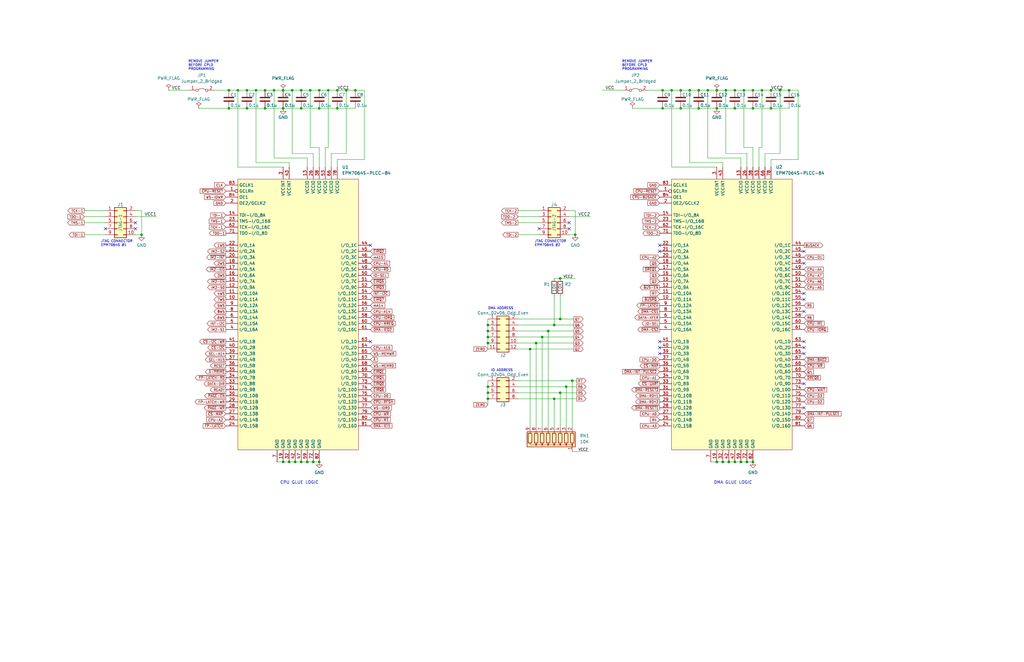
<source format=kicad_sch>
(kicad_sch (version 20211123) (generator eeschema)
  (paper "B")
  (lib_symbols
    (symbol "Connector_Generic:Conn_02x04_Odd_Even" (pin_names (offset 1.016) hide)
      (property "Reference" "J" (at 1.27 5.08 0))
      (property "Value" "Conn_02x04_Odd_Even" (at 1.27 -7.62 0))
      (symbol "Conn_02x04_Odd_Even_1_1"
        (pin passive line (at -5.08 2.54 0) (length 3.81) (name "Pin_1") (number "1"))
        (pin passive line (at 7.62 2.54 180) (length 3.81) (name "Pin_2") (number "2"))
        (pin passive line (at -5.08 0 0) (length 3.81) (name "Pin_3") (number "3"))
        (pin passive line (at 7.62 0 180) (length 3.81) (name "Pin_4") (number "4"))
        (pin passive line (at -5.08 -2.54 0) (length 3.81) (name "Pin_5") (number "5"))
        (pin passive line (at 7.62 -2.54 180) (length 3.81) (name "Pin_6") (number "6"))
        (pin passive line (at -5.08 -5.08 0) (length 3.81) (name "Pin_7") (number "7"))
        (pin passive line (at 7.62 -5.08 180) (length 3.81) (name "Pin_8") (number "8"))
      )
    )
    (symbol "Connector_Generic:Conn_02x05_Odd_Even" (pin_names (offset 1.016) hide)
      (property "Reference" "J" (at 1.27 7.62 0))
      (property "Value" "Conn_02x05_Odd_Even" (at 1.27 -7.62 0))
      (symbol "Conn_02x05_Odd_Even_1_1"
        (pin passive line (at -5.08 5.08 0) (length 3.81) (name "Pin_1") (number "1"))
        (pin passive line (at 7.62 -5.08 180) (length 3.81) (name "Pin_10") (number "10"))
        (pin passive line (at 7.62 5.08 180) (length 3.81) (name "Pin_2") (number "2"))
        (pin passive line (at -5.08 2.54 0) (length 3.81) (name "Pin_3") (number "3"))
        (pin passive line (at 7.62 2.54 180) (length 3.81) (name "Pin_4") (number "4"))
        (pin passive line (at -5.08 0 0) (length 3.81) (name "Pin_5") (number "5"))
        (pin passive line (at 7.62 0 180) (length 3.81) (name "Pin_6") (number "6"))
        (pin passive line (at -5.08 -2.54 0) (length 3.81) (name "Pin_7") (number "7"))
        (pin passive line (at 7.62 -2.54 180) (length 3.81) (name "Pin_8") (number "8"))
        (pin passive line (at -5.08 -5.08 0) (length 3.81) (name "Pin_9") (number "9"))
      )
    )
    (symbol "Connector_Generic:Conn_02x06_Odd_Even" (pin_names (offset 1.016) hide)
      (property "Reference" "J" (at 1.27 7.62 0))
      (property "Value" "Conn_02x06_Odd_Even" (at 1.27 -10.16 0))
      (symbol "Conn_02x06_Odd_Even_1_1"
        (pin passive line (at -5.08 5.08 0) (length 3.81) (name "Pin_1") (number "1"))
        (pin passive line (at 7.62 -5.08 180) (length 3.81) (name "Pin_10") (number "10"))
        (pin passive line (at -5.08 -7.62 0) (length 3.81) (name "Pin_11") (number "11"))
        (pin passive line (at 7.62 -7.62 180) (length 3.81) (name "Pin_12") (number "12"))
        (pin passive line (at 7.62 5.08 180) (length 3.81) (name "Pin_2") (number "2"))
        (pin passive line (at -5.08 2.54 0) (length 3.81) (name "Pin_3") (number "3"))
        (pin passive line (at 7.62 2.54 180) (length 3.81) (name "Pin_4") (number "4"))
        (pin passive line (at -5.08 0 0) (length 3.81) (name "Pin_5") (number "5"))
        (pin passive line (at 7.62 0 180) (length 3.81) (name "Pin_6") (number "6"))
        (pin passive line (at -5.08 -2.54 0) (length 3.81) (name "Pin_7") (number "7"))
        (pin passive line (at 7.62 -2.54 180) (length 3.81) (name "Pin_8") (number "8"))
        (pin passive line (at -5.08 -5.08 0) (length 3.81) (name "Pin_9") (number "9"))
      )
    )
    (symbol "Device:C" (pin_numbers hide) (pin_names (offset 0.254))
      (property "Reference" "C" (at 0.635 2.54 0))
      (property "Value" "C" (at 0.635 -2.54 0))
      (symbol "C_1_1"
        (pin passive line (at 0 3.81 270) (length 2.794) (name "~") (number "1"))
        (pin passive line (at 0 -3.81 90) (length 2.794) (name "~") (number "2"))
      )
    )
    (symbol "Device:R" (pin_numbers hide) (pin_names (offset 0))
      (property "Reference" "R" (at 2.032 0 90))
      (property "Value" "R" (at 0 0 90))
      (symbol "R_1_1"
        (pin passive line (at 0 3.81 270) (length 1.27) (name "~") (number "1"))
        (pin passive line (at 0 -3.81 90) (length 1.27) (name "~") (number "2"))
      )
    )
    (symbol "Device:R_Network08" (pin_names (offset 0) hide)
      (property "Reference" "RN" (at -12.7 0 90))
      (property "Value" "R_Network08" (at 10.16 0 90))
      (symbol "R_Network08_1_1"
        (pin passive line (at -10.16 5.08 270) (length 2.54) (name "common") (number "1"))
        (pin passive line (at -10.16 -5.08 90) (length 1.27) (name "R1") (number "2"))
        (pin passive line (at -7.62 -5.08 90) (length 1.27) (name "R2") (number "3"))
        (pin passive line (at -5.08 -5.08 90) (length 1.27) (name "R3") (number "4"))
        (pin passive line (at -2.54 -5.08 90) (length 1.27) (name "R4") (number "5"))
        (pin passive line (at 0 -5.08 90) (length 1.27) (name "R5") (number "6"))
        (pin passive line (at 2.54 -5.08 90) (length 1.27) (name "R6") (number "7"))
        (pin passive line (at 5.08 -5.08 90) (length 1.27) (name "R7") (number "8"))
        (pin passive line (at 7.62 -5.08 90) (length 1.27) (name "R8") (number "9"))
      )
    )
    (symbol "EPM7064S-PLCC-84:EPM7064S-PLCC-84"
      (property "Reference" "U" (at 0 -3.81 0))
      (property "Value" "EPM7064S-PLCC-84" (at 0 -6.35 0))
      (symbol "EPM7064S-PLCC-84_1_1"
        (pin input inverted (at -30.48 52.07 0) (length 5.08) (name "GCLRn") (number "1"))
        (pin bidirectional line (at -30.48 6.35 0) (length 5.08) (name "I/O_11A") (number "10"))
        (pin bidirectional line (at -30.48 8.89 0) (length 5.08) (name "I/O_10A") (number "11"))
        (pin bidirectional line (at -30.48 11.43 0) (length 5.08) (name "I/O_9A") (number "12"))
        (pin power_in line (at 3.81 62.23 270) (length 5.08) (name "VCCIO") (number "13"))
        (pin input line (at -30.48 41.91 0) (length 5.08) (name "TDI-I/O_8A") (number "14"))
        (pin bidirectional line (at -30.48 13.97 0) (length 5.08) (name "I/O_7A") (number "15"))
        (pin bidirectional line (at -30.48 16.51 0) (length 5.08) (name "I/O_6A") (number "16"))
        (pin bidirectional line (at -30.48 19.05 0) (length 5.08) (name "I/O_5A") (number "17"))
        (pin bidirectional line (at -30.48 21.59 0) (length 5.08) (name "I/O_4A") (number "18"))
        (pin power_in line (at -6.35 -62.23 90) (length 5.08) (name "GND") (number "19"))
        (pin input line (at -30.48 46.99 0) (length 5.08) (name "OE2/GCLK2") (number "2"))
        (pin bidirectional line (at -30.48 24.13 0) (length 5.08) (name "I/O_3A") (number "20"))
        (pin bidirectional line (at -30.48 26.67 0) (length 5.08) (name "I/O_2A") (number "21"))
        (pin bidirectional line (at -30.48 29.21 0) (length 5.08) (name "I/O_1A") (number "22"))
        (pin input line (at -30.48 39.37 0) (length 5.08) (name "TMS-I/O_16B") (number "23"))
        (pin bidirectional line (at -30.48 -46.99 0) (length 5.08) (name "I/O_15B") (number "24"))
        (pin bidirectional line (at -30.48 -44.45 0) (length 5.08) (name "I/O_14B") (number "25"))
        (pin power_in line (at 6.35 62.23 270) (length 5.08) (name "VCCIO") (number "26"))
        (pin bidirectional line (at -30.48 -41.91 0) (length 5.08) (name "I/O_13B") (number "27"))
        (pin bidirectional line (at -30.48 -39.37 0) (length 5.08) (name "I/O_12B") (number "28"))
        (pin bidirectional line (at -30.48 -36.83 0) (length 5.08) (name "I/O_11B") (number "29"))
        (pin power_in line (at -6.35 62.23 270) (length 5.08) (name "VCCINT") (number "3"))
        (pin bidirectional line (at -30.48 -34.29 0) (length 5.08) (name "I/O_10B") (number "30"))
        (pin bidirectional line (at -30.48 -31.75 0) (length 5.08) (name "I/O_9B") (number "31"))
        (pin power_in line (at -3.81 -62.23 90) (length 5.08) (name "GND") (number "32"))
        (pin bidirectional line (at -30.48 -29.21 0) (length 5.08) (name "I/O_8B") (number "33"))
        (pin bidirectional line (at -30.48 -26.67 0) (length 5.08) (name "I/O_7B") (number "34"))
        (pin bidirectional line (at -30.48 -24.13 0) (length 5.08) (name "I/O_6B") (number "35"))
        (pin bidirectional line (at -30.48 -21.59 0) (length 5.08) (name "I/O_5B") (number "36"))
        (pin bidirectional line (at -30.48 -19.05 0) (length 5.08) (name "I/O_4B") (number "37"))
        (pin power_in line (at 8.89 62.23 270) (length 5.08) (name "VCCIO") (number "38"))
        (pin bidirectional line (at -30.48 -16.51 0) (length 5.08) (name "I/O_3B") (number "39"))
        (pin bidirectional line (at -30.48 -6.35 0) (length 5.08) (name "I/O_16A") (number "4"))
        (pin bidirectional line (at -30.48 -13.97 0) (length 5.08) (name "I/O_2B") (number "40"))
        (pin bidirectional line (at -30.48 -11.43 0) (length 5.08) (name "I/O_1B") (number "41"))
        (pin power_in line (at -1.27 -62.23 90) (length 5.08) (name "GND") (number "42"))
        (pin power_in line (at -3.81 62.23 270) (length 5.08) (name "VCCINT") (number "43"))
        (pin bidirectional line (at 30.48 29.21 180) (length 5.08) (name "I/O_1C") (number "44"))
        (pin bidirectional line (at 30.48 26.67 180) (length 5.08) (name "I/O_2C") (number "45"))
        (pin bidirectional line (at 30.48 24.13 180) (length 5.08) (name "I/O_3C") (number "46"))
        (pin power_in line (at 1.27 -62.23 90) (length 5.08) (name "GND") (number "47"))
        (pin bidirectional line (at 30.48 21.59 180) (length 5.08) (name "I/O_4C") (number "48"))
        (pin bidirectional line (at 30.48 19.05 180) (length 5.08) (name "I/O_5C") (number "49"))
        (pin bidirectional line (at -30.48 -3.81 0) (length 5.08) (name "I/O_15A") (number "5"))
        (pin bidirectional line (at 30.48 16.51 180) (length 5.08) (name "I/O_6C") (number "50"))
        (pin bidirectional line (at 30.48 13.97 180) (length 5.08) (name "I/O_7C") (number "51"))
        (pin bidirectional line (at 30.48 11.43 180) (length 5.08) (name "I/O_9C") (number "52"))
        (pin power_in line (at 11.43 62.23 270) (length 5.08) (name "VCCIO") (number "53"))
        (pin bidirectional line (at 30.48 8.89 180) (length 5.08) (name "I/O_10C") (number "54"))
        (pin bidirectional line (at 30.48 6.35 180) (length 5.08) (name "I/O_11C") (number "55"))
        (pin bidirectional line (at 30.48 3.81 180) (length 5.08) (name "I/O_12C") (number "56"))
        (pin bidirectional line (at 30.48 1.27 180) (length 5.08) (name "I/O_13C") (number "57"))
        (pin bidirectional line (at 30.48 -1.27 180) (length 5.08) (name "I/O_14C") (number "58"))
        (pin power_in line (at 3.81 -62.23 90) (length 5.08) (name "GND") (number "59"))
        (pin bidirectional line (at -30.48 -1.27 0) (length 5.08) (name "I/O_14A") (number "6"))
        (pin bidirectional line (at 30.48 -3.81 180) (length 5.08) (name "I/O_15C") (number "60"))
        (pin bidirectional line (at 30.48 -6.35 180) (length 5.08) (name "I/O_16C") (number "61"))
        (pin input line (at -30.48 36.83 0) (length 5.08) (name "TCK-I/O_16C") (number "62"))
        (pin bidirectional line (at 30.48 -11.43 180) (length 5.08) (name "I/O_1D") (number "63"))
        (pin bidirectional line (at 30.48 -13.97 180) (length 5.08) (name "I/O_2D") (number "64"))
        (pin bidirectional line (at 30.48 -16.51 180) (length 5.08) (name "I/O_3D") (number "65"))
        (pin power_in line (at 13.97 62.23 270) (length 5.08) (name "VCCIO") (number "66"))
        (pin bidirectional line (at 30.48 -19.05 180) (length 5.08) (name "I/O_4D") (number "67"))
        (pin bidirectional line (at 30.48 -21.59 180) (length 5.08) (name "I/O_5D") (number "68"))
        (pin bidirectional line (at 30.48 -24.13 180) (length 5.08) (name "I/O_6D") (number "69"))
        (pin power_in line (at -8.89 -62.23 90) (length 5.08) (name "GND") (number "7"))
        (pin bidirectional line (at 30.48 -26.67 180) (length 5.08) (name "I/O_7D") (number "70"))
        (pin output line (at -30.48 34.29 0) (length 5.08) (name "TDO-I/O_8D") (number "71"))
        (pin power_in line (at 6.35 -62.23 90) (length 5.08) (name "GND") (number "72"))
        (pin bidirectional line (at 30.48 -29.21 180) (length 5.08) (name "I/O_9D") (number "73"))
        (pin bidirectional line (at 30.48 -31.75 180) (length 5.08) (name "I/O_10D") (number "74"))
        (pin bidirectional line (at 30.48 -34.29 180) (length 5.08) (name "I/O_11D") (number "75"))
        (pin bidirectional line (at 30.48 -36.83 180) (length 5.08) (name "I/O_12D") (number "76"))
        (pin bidirectional line (at 30.48 -39.37 180) (length 5.08) (name "I/O_13D") (number "77"))
        (pin power_in line (at 16.51 62.23 270) (length 5.08) (name "VCCIO") (number "78"))
        (pin bidirectional line (at 30.48 -41.91 180) (length 5.08) (name "I/O_14D") (number "79"))
        (pin bidirectional line (at -30.48 1.27 0) (length 5.08) (name "I/O_13A") (number "8"))
        (pin bidirectional line (at 30.48 -44.45 180) (length 5.08) (name "I/O_15D") (number "80"))
        (pin bidirectional line (at 30.48 -46.99 180) (length 5.08) (name "I/O_16D") (number "81"))
        (pin power_in line (at 8.89 -62.23 90) (length 5.08) (name "GND") (number "82"))
        (pin input line (at -30.48 54.61 0) (length 5.08) (name "GCLK1") (number "83"))
        (pin input line (at -30.48 49.53 0) (length 5.08) (name "OE1") (number "84"))
        (pin bidirectional line (at -30.48 3.81 0) (length 5.08) (name "I/O_12A") (number "9"))
      )
    )
    (symbol "Jumper:Jumper_2_Bridged" (pin_names (offset 0) hide)
      (property "Reference" "JP" (at 0 1.905 0))
      (property "Value" "Jumper_2_Bridged" (at 0 -2.54 0))
      (symbol "Jumper_2_Bridged_1_1"
        (pin passive line (at -5.08 0 0) (length 2.54) (name "A") (number "1"))
        (pin passive line (at 5.08 0 180) (length 2.54) (name "B") (number "2"))
      )
    )
    (symbol "power:GND" (power) (pin_names (offset 0))
      (property "Value" "GND" (at 0 -3.81 0))
      (symbol "GND_1_1"
        (pin power_in line (at 0 0 270) (length 0) hide (name "GND") (number "1"))
      )
    )
    (symbol "power:PWR_FLAG" (power) (pin_numbers hide) (pin_names (offset 0) hide)
      (property "Value" "PWR_FLAG" (at 0 3.81 0))
      (symbol "PWR_FLAG_0_0"
        (pin power_out line (at 0 0 90) (length 0) (name "pwr") (number "1"))
      )
    )
  )
  (junction (at 127 45.72))
  (junction (at 138.43 38.1))
  (junction (at 287.02 38.1))
  (junction (at 205.74 168.275))
  (junction (at 96.52 38.1))
  (junction (at 294.64 38.1))
  (junction (at 205.74 137.16))
  (junction (at 314.96 194.945))
  (junction (at 279.4 45.72))
  (junction (at 233.68 137.16))
  (junction (at 309.88 45.72))
  (junction (at 236.22 134.62))
  (junction (at 233.68 168.275))
  (junction (at 307.34 194.945))
  (junction (at 146.05 38.1))
  (junction (at 294.64 45.72))
  (junction (at 205.74 144.78))
  (junction (at 279.4 38.1))
  (junction (at 298.45 38.1))
  (junction (at 123.19 38.1))
  (junction (at 205.74 139.7))
  (junction (at 129.54 194.945))
  (junction (at 226.06 144.78))
  (junction (at 302.26 194.945))
  (junction (at 236.22 117.475))
  (junction (at 332.74 38.1))
  (junction (at 124.46 194.945))
  (junction (at 205.74 165.735))
  (junction (at 205.74 142.24))
  (junction (at 121.92 194.945))
  (junction (at 119.38 194.945))
  (junction (at 317.5 38.1))
  (junction (at 302.26 45.72))
  (junction (at 228.6 142.24))
  (junction (at 241.3 160.655))
  (junction (at 242.57 99.06))
  (junction (at 96.52 45.72))
  (junction (at 100.33 38.1))
  (junction (at 127 194.945))
  (junction (at 134.62 38.1))
  (junction (at 59.69 99.06))
  (junction (at 287.02 45.72))
  (junction (at 309.88 38.1))
  (junction (at 119.38 38.1))
  (junction (at 317.5 194.945))
  (junction (at 325.12 45.72))
  (junction (at 312.42 194.945))
  (junction (at 321.31 38.1))
  (junction (at 231.14 139.7))
  (junction (at 238.76 163.195))
  (junction (at 104.14 38.1))
  (junction (at 104.14 45.72))
  (junction (at 304.8 194.945))
  (junction (at 302.26 38.1))
  (junction (at 306.07 38.1))
  (junction (at 290.83 38.1))
  (junction (at 111.76 45.72))
  (junction (at 236.22 165.735))
  (junction (at 149.86 38.1))
  (junction (at 309.88 194.945))
  (junction (at 115.57 38.1))
  (junction (at 127 38.1))
  (junction (at 317.5 45.72))
  (junction (at 142.24 45.72))
  (junction (at 119.38 45.72))
  (junction (at 130.81 38.1))
  (junction (at 313.69 38.1))
  (junction (at 132.08 194.945))
  (junction (at 134.62 45.72))
  (junction (at 111.76 38.1))
  (junction (at 328.93 38.1))
  (junction (at 107.95 38.1))
  (junction (at 142.24 38.1))
  (junction (at 283.21 38.1))
  (junction (at 325.12 38.1))
  (junction (at 134.62 194.945))
  (junction (at 205.74 163.195))
  (junction (at 223.52 147.32))
  (no_connect (at 339.09 146.685))
  (no_connect (at 339.09 131.445))
  (no_connect (at 227.33 96.52))
  (no_connect (at 240.03 96.52))
  (no_connect (at 339.09 106.045))
  (no_connect (at 339.09 144.145))
  (no_connect (at 339.09 149.225))
  (no_connect (at 240.03 93.98))
  (no_connect (at 339.09 126.365))
  (no_connect (at 278.13 106.045))
  (no_connect (at 156.21 103.505))
  (no_connect (at 339.09 111.125))
  (no_connect (at 339.09 172.085))
  (no_connect (at 44.45 96.52))
  (no_connect (at 278.13 149.225))
  (no_connect (at 278.13 144.145))
  (no_connect (at 156.21 144.145))
  (no_connect (at 339.09 161.925))
  (no_connect (at 278.13 146.685))
  (no_connect (at 339.09 123.825))
  (no_connect (at 278.13 103.505))
  (no_connect (at 57.15 93.98))
  (no_connect (at 57.15 96.52))
  (wire (pts (xy 226.06 144.78) (xy 241.935 144.78)))
  (wire (pts (xy 279.4 45.72) (xy 287.02 45.72)))
  (wire (pts (xy 273.05 38.1) (xy 279.4 38.1)))
  (wire (pts (xy 314.96 70.485) (xy 314.96 64.77)))
  (wire (pts (xy 83.82 45.72) (xy 96.52 45.72)))
  (wire (pts (xy 317.5 45.72) (xy 325.12 45.72)))
  (wire (pts (xy 111.76 38.1) (xy 115.57 38.1)))
  (wire (pts (xy 317.5 38.1) (xy 321.31 38.1)))
  (wire (pts (xy 233.68 117.475) (xy 236.22 117.475)))
  (wire (pts (xy 205.74 139.7) (xy 205.74 142.24)))
  (wire (pts (xy 218.44 134.62) (xy 236.22 134.62)))
  (wire (pts (xy 100.33 38.1) (xy 100.33 70.485)))
  (wire (pts (xy 266.7 45.72) (xy 279.4 45.72)))
  (wire (pts (xy 127 38.1) (xy 130.81 38.1)))
  (wire (pts (xy 205.74 163.195) (xy 205.74 165.735)))
  (wire (pts (xy 321.31 38.1) (xy 325.12 38.1)))
  (wire (pts (xy 71.12 38.1) (xy 80.01 38.1)))
  (wire (pts (xy 309.88 45.72) (xy 317.5 45.72)))
  (wire (pts (xy 218.44 144.78) (xy 226.06 144.78)))
  (wire (pts (xy 233.68 168.275) (xy 233.68 180.34)))
  (wire (pts (xy 116.84 194.945) (xy 119.38 194.945)))
  (wire (pts (xy 294.64 38.1) (xy 298.45 38.1)))
  (wire (pts (xy 283.21 70.485) (xy 302.26 70.485)))
  (wire (pts (xy 294.64 45.72) (xy 302.26 45.72)))
  (wire (pts (xy 236.22 125.095) (xy 236.22 134.62)))
  (wire (pts (xy 119.38 38.1) (xy 123.19 38.1)))
  (wire (pts (xy 317.5 62.23) (xy 317.5 70.485)))
  (wire (pts (xy 287.02 45.72) (xy 294.64 45.72)))
  (wire (pts (xy 130.81 38.1) (xy 130.81 62.23)))
  (wire (pts (xy 111.76 45.72) (xy 119.38 45.72)))
  (wire (pts (xy 304.8 70.485) (xy 304.8 68.58)))
  (wire (pts (xy 238.76 163.195) (xy 238.76 180.34)))
  (wire (pts (xy 218.44 137.16) (xy 233.68 137.16)))
  (wire (pts (xy 149.86 38.1) (xy 153.67 38.1)))
  (wire (pts (xy 325.12 70.485) (xy 325.12 67.31)))
  (wire (pts (xy 298.45 38.1) (xy 298.45 66.675)))
  (wire (pts (xy 115.57 38.1) (xy 119.38 38.1)))
  (wire (pts (xy 322.58 64.77) (xy 322.58 70.485)))
  (wire (pts (xy 107.95 38.1) (xy 111.76 38.1)))
  (wire (pts (xy 325.12 38.1) (xy 328.93 38.1)))
  (wire (pts (xy 336.55 67.31) (xy 336.55 38.1)))
  (wire (pts (xy 298.45 38.1) (xy 302.26 38.1)))
  (wire (pts (xy 328.93 38.1) (xy 328.93 64.77)))
  (wire (pts (xy 132.08 194.945) (xy 134.62 194.945)))
  (wire (pts (xy 100.33 38.1) (xy 104.14 38.1)))
  (wire (pts (xy 218.44 163.195) (xy 238.76 163.195)))
  (wire (pts (xy 223.52 147.32) (xy 223.52 180.34)))
  (wire (pts (xy 304.8 68.58) (xy 290.83 68.58)))
  (wire (pts (xy 35.56 99.06) (xy 44.45 99.06)))
  (wire (pts (xy 142.24 45.72) (xy 149.86 45.72)))
  (wire (pts (xy 107.95 68.58) (xy 107.95 38.1)))
  (wire (pts (xy 302.26 38.1) (xy 306.07 38.1)))
  (wire (pts (xy 218.44 93.98) (xy 227.33 93.98)))
  (wire (pts (xy 299.72 194.945) (xy 302.26 194.945)))
  (wire (pts (xy 241.3 160.655) (xy 243.205 160.655)))
  (wire (pts (xy 332.74 38.1) (xy 336.55 38.1)))
  (wire (pts (xy 218.44 160.655) (xy 241.3 160.655)))
  (wire (pts (xy 134.62 45.72) (xy 142.24 45.72)))
  (wire (pts (xy 227.33 91.44) (xy 218.44 91.44)))
  (wire (pts (xy 205.74 142.24) (xy 205.74 144.78)))
  (wire (pts (xy 242.57 88.9) (xy 242.57 99.06)))
  (wire (pts (xy 130.81 62.23) (xy 134.62 62.23)))
  (wire (pts (xy 138.43 38.1) (xy 142.24 38.1)))
  (wire (pts (xy 302.26 45.72) (xy 309.88 45.72)))
  (wire (pts (xy 127 194.945) (xy 129.54 194.945)))
  (wire (pts (xy 306.07 38.1) (xy 309.88 38.1)))
  (wire (pts (xy 290.83 68.58) (xy 290.83 38.1)))
  (wire (pts (xy 218.44 147.32) (xy 223.52 147.32)))
  (wire (pts (xy 205.74 134.62) (xy 205.74 137.16)))
  (wire (pts (xy 302.26 194.945) (xy 304.8 194.945)))
  (wire (pts (xy 228.6 142.24) (xy 228.6 180.34)))
  (wire (pts (xy 123.19 64.77) (xy 123.19 38.1)))
  (wire (pts (xy 129.54 66.675) (xy 129.54 70.485)))
  (wire (pts (xy 115.57 38.1) (xy 115.57 66.675)))
  (wire (pts (xy 104.14 45.72) (xy 111.76 45.72)))
  (wire (pts (xy 290.83 38.1) (xy 294.64 38.1)))
  (wire (pts (xy 313.69 62.23) (xy 317.5 62.23)))
  (wire (pts (xy 321.31 62.23) (xy 321.31 38.1)))
  (wire (pts (xy 328.93 38.1) (xy 332.74 38.1)))
  (wire (pts (xy 119.38 194.945) (xy 121.92 194.945)))
  (wire (pts (xy 121.92 70.485) (xy 121.92 68.58)))
  (wire (pts (xy 241.3 160.655) (xy 241.3 180.34)))
  (wire (pts (xy 320.04 62.23) (xy 321.31 62.23)))
  (wire (pts (xy 146.05 64.77) (xy 139.7 64.77)))
  (wire (pts (xy 129.54 194.945) (xy 132.08 194.945)))
  (wire (pts (xy 309.88 194.945) (xy 312.42 194.945)))
  (wire (pts (xy 236.22 165.735) (xy 218.44 165.735)))
  (wire (pts (xy 312.42 194.945) (xy 314.96 194.945)))
  (wire (pts (xy 138.43 62.23) (xy 138.43 38.1)))
  (wire (pts (xy 57.15 88.9) (xy 59.69 88.9)))
  (wire (pts (xy 298.45 66.675) (xy 312.42 66.675)))
  (wire (pts (xy 328.93 64.77) (xy 322.58 64.77)))
  (wire (pts (xy 90.17 38.1) (xy 96.52 38.1)))
  (wire (pts (xy 313.69 38.1) (xy 313.69 62.23)))
  (wire (pts (xy 132.08 64.77) (xy 123.19 64.77)))
  (wire (pts (xy 240.03 88.9) (xy 242.57 88.9)))
  (wire (pts (xy 119.38 45.72) (xy 127 45.72)))
  (wire (pts (xy 231.14 139.7) (xy 231.14 180.34)))
  (wire (pts (xy 127 45.72) (xy 134.62 45.72)))
  (wire (pts (xy 233.68 137.16) (xy 241.935 137.16)))
  (wire (pts (xy 240.03 99.06) (xy 242.57 99.06)))
  (wire (pts (xy 142.24 67.31) (xy 153.67 67.31)))
  (wire (pts (xy 218.44 139.7) (xy 231.14 139.7)))
  (wire (pts (xy 35.56 93.98) (xy 44.45 93.98)))
  (wire (pts (xy 279.4 38.1) (xy 283.21 38.1)))
  (wire (pts (xy 287.02 38.1) (xy 290.83 38.1)))
  (wire (pts (xy 205.74 168.275) (xy 205.74 170.815)))
  (wire (pts (xy 205.74 137.16) (xy 205.74 139.7)))
  (wire (pts (xy 44.45 88.9) (xy 35.56 88.9)))
  (wire (pts (xy 139.7 64.77) (xy 139.7 70.485)))
  (wire (pts (xy 325.12 67.31) (xy 336.55 67.31)))
  (wire (pts (xy 233.68 168.275) (xy 218.44 168.275)))
  (wire (pts (xy 142.24 38.1) (xy 146.05 38.1)))
  (wire (pts (xy 123.19 38.1) (xy 127 38.1)))
  (wire (pts (xy 218.44 142.24) (xy 228.6 142.24)))
  (wire (pts (xy 228.6 142.24) (xy 241.935 142.24)))
  (wire (pts (xy 283.21 38.1) (xy 283.21 70.485)))
  (wire (pts (xy 218.44 99.06) (xy 227.33 99.06)))
  (wire (pts (xy 304.8 194.945) (xy 307.34 194.945)))
  (wire (pts (xy 233.68 125.095) (xy 233.68 137.16)))
  (wire (pts (xy 236.22 165.735) (xy 236.22 180.34)))
  (wire (pts (xy 153.67 67.31) (xy 153.67 38.1)))
  (wire (pts (xy 236.22 117.475) (xy 242.57 117.475)))
  (wire (pts (xy 313.69 38.1) (xy 317.5 38.1)))
  (wire (pts (xy 57.15 91.44) (xy 66.04 91.44)))
  (wire (pts (xy 243.205 168.275) (xy 233.68 168.275)))
  (wire (pts (xy 134.62 38.1) (xy 138.43 38.1)))
  (wire (pts (xy 59.69 88.9) (xy 59.69 99.06)))
  (wire (pts (xy 142.24 70.485) (xy 142.24 67.31)))
  (wire (pts (xy 115.57 66.675) (xy 129.54 66.675)))
  (wire (pts (xy 243.205 165.735) (xy 236.22 165.735)))
  (wire (pts (xy 57.15 99.06) (xy 59.69 99.06)))
  (wire (pts (xy 325.12 45.72) (xy 332.74 45.72)))
  (wire (pts (xy 205.74 144.78) (xy 205.74 147.32)))
  (wire (pts (xy 309.88 38.1) (xy 313.69 38.1)))
  (wire (pts (xy 307.34 194.945) (xy 309.88 194.945)))
  (wire (pts (xy 238.76 163.195) (xy 243.205 163.195)))
  (wire (pts (xy 306.07 64.77) (xy 306.07 38.1)))
  (wire (pts (xy 137.16 62.23) (xy 138.43 62.23)))
  (wire (pts (xy 283.21 38.1) (xy 287.02 38.1)))
  (wire (pts (xy 223.52 147.32) (xy 241.935 147.32)))
  (wire (pts (xy 121.92 194.945) (xy 124.46 194.945)))
  (wire (pts (xy 137.16 70.485) (xy 137.16 62.23)))
  (wire (pts (xy 44.45 91.44) (xy 35.56 91.44)))
  (wire (pts (xy 227.33 88.9) (xy 218.44 88.9)))
  (wire (pts (xy 100.33 70.485) (xy 119.38 70.485)))
  (wire (pts (xy 314.96 64.77) (xy 306.07 64.77)))
  (wire (pts (xy 96.52 38.1) (xy 100.33 38.1)))
  (wire (pts (xy 312.42 66.675) (xy 312.42 70.485)))
  (wire (pts (xy 231.14 139.7) (xy 241.935 139.7)))
  (wire (pts (xy 130.81 38.1) (xy 134.62 38.1)))
  (wire (pts (xy 104.14 38.1) (xy 107.95 38.1)))
  (wire (pts (xy 205.74 165.735) (xy 205.74 168.275)))
  (wire (pts (xy 134.62 62.23) (xy 134.62 70.485)))
  (wire (pts (xy 320.04 70.485) (xy 320.04 62.23)))
  (wire (pts (xy 240.03 91.44) (xy 248.92 91.44)))
  (wire (pts (xy 254 38.1) (xy 262.89 38.1)))
  (wire (pts (xy 146.05 38.1) (xy 149.86 38.1)))
  (wire (pts (xy 314.96 194.945) (xy 317.5 194.945)))
  (wire (pts (xy 241.3 190.5) (xy 248.285 190.5)))
  (wire (pts (xy 205.74 160.655) (xy 205.74 163.195)))
  (wire (pts (xy 124.46 194.945) (xy 127 194.945)))
  (wire (pts (xy 132.08 70.485) (xy 132.08 64.77)))
  (wire (pts (xy 121.92 68.58) (xy 107.95 68.58)))
  (wire (pts (xy 226.06 144.78) (xy 226.06 180.34)))
  (wire (pts (xy 96.52 45.72) (xy 104.14 45.72)))
  (wire (pts (xy 236.22 134.62) (xy 241.935 134.62)))
  (wire (pts (xy 146.05 38.1) (xy 146.05 64.77)))
  (text "REMOVE JUMPER\nBEFORE CPLD\nPROGRAMMING" (at 79.375 29.845 0) (effects (font (size 1.016 1.016)) (justify left bottom)))
  (text "DMA ADDRESS" (at 205.74 130.81 0) (effects (font (size 1.016 1.016)) (justify left bottom)))
  (text "CPU GLUE LOGIC" (at 118.11 204.47 0) (effects (font (size 1.27 1.27)) (justify left bottom)))
  (text "REMOVE JUMPER\nBEFORE CPLD\nPROGRAMMING" (at 262.255 29.845 0) (effects (font (size 1.016 1.016)) (justify left bottom)))
  (text "JTAG CONNECTOR\nEPM7064S #1" (at 42.545 104.14 0) (effects (font (size 1.016 1.016)) (justify left bottom)))
  (text "JTAG CONNECTOR\nEPM7064S #2" (at 225.425 104.14 0) (effects (font (size 1.016 1.016)) (justify left bottom)))
  (text "DMA GLUE LOGIC" (at 300.99 204.47 0) (effects (font (size 1.27 1.27)) (justify left bottom)))
  (text "IO ADDRESS" (at 207.01 156.972 0) (effects (font (size 1.016 1.016)) (justify left bottom)))
  (label "VCC2" (at 325.12 38.1 0))
  (label "VCC1" (at 142.24 38.1 0))
  (label "VCC2" (at 243.84 91.44 0))
  (label "VCC2" (at 237.49 117.475 0) (effects (font (size 1.016 1.016))))
  (label "VCC1" (at 60.96 91.44 0))
  (label "VCC2" (at 243.84 190.5 0) (effects (font (size 1.016 1.016))))
  (label "VCC" (at 255.27 38.1 0))
  (label "VCC" (at 72.39 38.1 0))
  (global_label "~{DREQ0}" (shape input) (at 339.09 159.385 0) (effects (font (size 1.016 1.016))) (property "Intersheet References" "${INTERSHEET_REFS}" (effects hide)))
  (global_label "~{CPU-RD}" (shape input) (at 156.21 113.665 0) (effects (font (size 1.016 1.016))) (property "Intersheet References" "${INTERSHEET_REFS}" (effects hide)))
  (global_label "CPU-A4" (shape input) (at 339.09 113.665 0) (effects (font (size 1.016 1.016))) (property "Intersheet References" "${INTERSHEET_REFS}" (effects hide)))
  (global_label "~{EIRQ7}" (shape input) (at 156.21 126.365 0) (effects (font (size 1.016 1.016))) (property "Intersheet References" "${INTERSHEET_REFS}" (effects hide)))
  (global_label "GND" (shape input) (at 95.25 85.725 180) (effects (font (size 1.016 1.016))) (property "Intersheet References" "${INTERSHEET_REFS}" (effects hide)))
  (global_label "~{EIRQ2}" (shape input) (at 156.21 106.045 0) (effects (font (size 1.016 1.016))) (property "Intersheet References" "${INTERSHEET_REFS}" (effects hide)))
  (global_label "SEL-A15" (shape output) (at 95.25 151.765 180) (effects (font (size 1.016 1.016))) (property "Intersheet References" "${INTERSHEET_REFS}" (effects hide)))
  (global_label "~{EIRQ6}" (shape input) (at 156.21 164.465 0) (effects (font (size 1.016 1.016))) (property "Intersheet References" "${INTERSHEET_REFS}" (effects hide)))
  (global_label "~{BUS-EN}" (shape output) (at 278.13 121.285 180) (effects (font (size 1.016 1.016))) (property "Intersheet References" "${INTERSHEET_REFS}" (effects hide)))
  (global_label "TDO-1" (shape input) (at 35.56 91.44 180) (effects (font (size 1.016 1.016))) (property "Intersheet References" "${INTERSHEET_REFS}" (effects hide)))
  (global_label "GND" (shape input) (at 278.13 78.105 180) (effects (font (size 1.016 1.016))) (property "Intersheet References" "${INTERSHEET_REFS}" (effects hide)))
  (global_label "~{CS-UART}" (shape output) (at 278.13 161.925 180) (effects (font (size 1.016 1.016))) (property "Intersheet References" "${INTERSHEET_REFS}" (effects hide)))
  (global_label "TCK-1" (shape output) (at 35.56 88.9 180) (effects (font (size 1.016 1.016))) (property "Intersheet References" "${INTERSHEET_REFS}" (effects hide)))
  (global_label "TDO-2" (shape output) (at 278.13 98.425 180) (effects (font (size 1.016 1.016))) (property "Intersheet References" "${INTERSHEET_REFS}" (effects hide)))
  (global_label "Q3" (shape input) (at 278.13 116.205 180) (effects (font (size 1.016 1.016))) (property "Intersheet References" "${INTERSHEET_REFS}" (effects hide)))
  (global_label "TDI-1" (shape input) (at 95.25 90.805 180) (effects (font (size 1.016 1.016))) (property "Intersheet References" "${INTERSHEET_REFS}" (effects hide)))
  (global_label "~{BUSRQ}" (shape input) (at 278.13 126.365 180) (effects (font (size 1.016 1.016))) (property "Intersheet References" "${INTERSHEET_REFS}" (effects hide)))
  (global_label "TMS-1" (shape input) (at 95.25 93.345 180) (effects (font (size 1.016 1.016))) (property "Intersheet References" "${INTERSHEET_REFS}" (effects hide)))
  (global_label "IM2-S2" (shape output) (at 95.25 106.045 180) (effects (font (size 1.016 1.016))) (property "Intersheet References" "${INTERSHEET_REFS}" (effects hide)))
  (global_label "~{CPU-MREQ}" (shape input) (at 156.21 136.525 0) (effects (font (size 1.016 1.016))) (property "Intersheet References" "${INTERSHEET_REFS}" (effects hide)))
  (global_label "SEL-A14" (shape output) (at 95.25 149.225 180) (effects (font (size 1.016 1.016))) (property "Intersheet References" "${INTERSHEET_REFS}" (effects hide)))
  (global_label "R7" (shape input) (at 278.13 123.825 180) (effects (font (size 1.016 1.016))) (property "Intersheet References" "${INTERSHEET_REFS}" (effects hide)))
  (global_label "R5" (shape input) (at 339.09 128.905 0) (effects (font (size 1.016 1.016))) (property "Intersheet References" "${INTERSHEET_REFS}" (effects hide)))
  (global_label "Q4" (shape input) (at 339.09 156.845 0) (effects (font (size 1.016 1.016))) (property "Intersheet References" "${INTERSHEET_REFS}" (effects hide)))
  (global_label "DATA-XFER" (shape output) (at 278.13 133.985 180) (effects (font (size 1.016 1.016))) (property "Intersheet References" "${INTERSHEET_REFS}" (effects hide)))
  (global_label "~{DMA-INT-PULSE2}" (shape input) (at 278.13 156.845 180) (effects (font (size 1.016 1.016))) (property "Intersheet References" "${INTERSHEET_REFS}" (effects hide)))
  (global_label "R7" (shape output) (at 243.205 160.655 0) (effects (font (size 1.016 1.016))) (property "Intersheet References" "${INTERSHEET_REFS}" (effects hide)))
  (global_label "ZERO" (shape input) (at 205.74 170.815 180) (effects (font (size 1.016 1.016))) (property "Intersheet References" "${INTERSHEET_REFS}" (effects hide)))
  (global_label "TMS-2" (shape output) (at 218.44 93.98 180) (effects (font (size 1.016 1.016))) (property "Intersheet References" "${INTERSHEET_REFS}" (effects hide)))
  (global_label "FP-LATCH-WR" (shape output) (at 95.25 169.545 180) (effects (font (size 1.016 1.016))) (property "Intersheet References" "${INTERSHEET_REFS}" (effects hide)))
  (global_label "R6" (shape input) (at 339.09 133.985 0) (effects (font (size 1.016 1.016))) (property "Intersheet References" "${INTERSHEET_REFS}" (effects hide)))
  (global_label "CLK" (shape input) (at 95.25 78.105 180) (effects (font (size 1.016 1.016))) (property "Intersheet References" "${INTERSHEET_REFS}" (effects hide)))
  (global_label "RESET" (shape output) (at 95.25 154.305 180) (effects (font (size 1.016 1.016))) (property "Intersheet References" "${INTERSHEET_REFS}" (effects hide)))
  (global_label "Q5" (shape output) (at 241.935 139.7 0) (effects (font (size 1.016 1.016))) (property "Intersheet References" "${INTERSHEET_REFS}" (effects hide)))
  (global_label "~{A}" (shape input) (at 156.21 151.765 0) (effects (font (size 1.016 1.016))) (property "Intersheet References" "${INTERSHEET_REFS}" (effects hide)))
  (global_label "~{EIRQ5}" (shape input) (at 156.21 118.745 0) (effects (font (size 1.016 1.016))) (property "Intersheet References" "${INTERSHEET_REFS}" (effects hide)))
  (global_label "CPU-A5" (shape input) (at 339.09 121.285 0) (effects (font (size 1.016 1.016))) (property "Intersheet References" "${INTERSHEET_REFS}" (effects hide)))
  (global_label "7WS" (shape output) (at 95.25 126.365 180) (effects (font (size 1.016 1.016))) (property "Intersheet References" "${INTERSHEET_REFS}" (effects hide)))
  (global_label "CPU-D0" (shape input) (at 278.13 151.765 180) (effects (font (size 1.016 1.016))) (property "Intersheet References" "${INTERSHEET_REFS}" (effects hide)))
  (global_label "DATA-DIR" (shape output) (at 95.25 161.925 180) (effects (font (size 1.016 1.016))) (property "Intersheet References" "${INTERSHEET_REFS}" (effects hide)))
  (global_label "Q5" (shape input) (at 278.13 111.125 180) (effects (font (size 1.016 1.016))) (property "Intersheet References" "${INTERSHEET_REFS}" (effects hide)))
  (global_label "~{EIRQ0}" (shape input) (at 156.21 161.925 0) (effects (font (size 1.016 1.016))) (property "Intersheet References" "${INTERSHEET_REFS}" (effects hide)))
  (global_label "4WS" (shape output) (at 95.25 123.825 180) (effects (font (size 1.016 1.016))) (property "Intersheet References" "${INTERSHEET_REFS}" (effects hide)))
  (global_label "6WS" (shape output) (at 95.25 133.985 180) (effects (font (size 1.016 1.016))) (property "Intersheet References" "${INTERSHEET_REFS}" (effects hide)))
  (global_label "~{PAGE-WR}" (shape output) (at 95.25 172.085 180) (effects (font (size 1.016 1.016))) (property "Intersheet References" "${INTERSHEET_REFS}" (effects hide)))
  (global_label "Q3" (shape output) (at 241.935 144.78 0) (effects (font (size 1.016 1.016))) (property "Intersheet References" "${INTERSHEET_REFS}" (effects hide)))
  (global_label "2WS" (shape output) (at 95.25 111.125 180) (effects (font (size 1.016 1.016))) (property "Intersheet References" "${INTERSHEET_REFS}" (effects hide)))
  (global_label "~{FP-LATCH}" (shape input) (at 95.25 179.705 180) (effects (font (size 1.016 1.016))) (property "Intersheet References" "${INTERSHEET_REFS}" (effects hide)))
  (global_label "8WS" (shape output) (at 95.25 131.445 180) (effects (font (size 1.016 1.016))) (property "Intersheet References" "${INTERSHEET_REFS}" (effects hide)))
  (global_label "~{CPU-IORQ}" (shape input) (at 156.21 133.985 0) (effects (font (size 1.016 1.016))) (property "Intersheet References" "${INTERSHEET_REFS}" (effects hide)))
  (global_label "~{DMA-CS1}" (shape output) (at 278.13 131.445 180) (effects (font (size 1.016 1.016))) (property "Intersheet References" "${INTERSHEET_REFS}" (effects hide)))
  (global_label "mA15" (shape input) (at 156.21 108.585 0) (effects (font (size 1.016 1.016))) (property "Intersheet References" "${INTERSHEET_REFS}" (effects hide)))
  (global_label "WS-IOWR" (shape input) (at 95.25 83.185 180) (effects (font (size 1.016 1.016))) (property "Intersheet References" "${INTERSHEET_REFS}" (effects hide)))
  (global_label "~{DMA-CS2}" (shape output) (at 278.13 139.065 180) (effects (font (size 1.016 1.016))) (property "Intersheet References" "${INTERSHEET_REFS}" (effects hide)))
  (global_label "ZERO" (shape input) (at 205.74 147.32 180) (effects (font (size 1.016 1.016))) (property "Intersheet References" "${INTERSHEET_REFS}" (effects hide)))
  (global_label "R5" (shape output) (at 243.205 165.735 0) (effects (font (size 1.016 1.016))) (property "Intersheet References" "${INTERSHEET_REFS}" (effects hide)))
  (global_label "BUSACK" (shape output) (at 339.09 103.505 0) (effects (font (size 1.016 1.016))) (property "Intersheet References" "${INTERSHEET_REFS}" (effects hide)))
  (global_label "~{CPU-M1}" (shape input) (at 156.21 177.165 0) (effects (font (size 1.016 1.016))) (property "Intersheet References" "${INTERSHEET_REFS}" (effects hide)))
  (global_label "CPU-D3" (shape input) (at 339.09 167.005 0) (effects (font (size 1.016 1.016))) (property "Intersheet References" "${INTERSHEET_REFS}" (effects hide)))
  (global_label "~{CPU-BUSACK}" (shape input) (at 278.13 83.185 180) (effects (font (size 1.016 1.016))) (property "Intersheet References" "${INTERSHEET_REFS}" (effects hide)))
  (global_label "~{CPU-WR}" (shape input) (at 156.21 174.625 0) (effects (font (size 1.016 1.016))) (property "Intersheet References" "${INTERSHEET_REFS}" (effects hide)))
  (global_label "WS-MEMWR" (shape input) (at 156.21 149.225 0) (effects (font (size 1.016 1.016))) (property "Intersheet References" "${INTERSHEET_REFS}" (effects hide)))
  (global_label "Q6" (shape input) (at 339.09 179.705 0) (effects (font (size 1.016 1.016))) (property "Intersheet References" "${INTERSHEET_REFS}" (effects hide)))
  (global_label "~{FP-LATCH}" (shape output) (at 278.13 128.905 180) (effects (font (size 1.016 1.016))) (property "Intersheet References" "${INTERSHEET_REFS}" (effects hide)))
  (global_label "DMA-RDY1" (shape output) (at 278.13 167.005 180) (effects (font (size 1.016 1.016))) (property "Intersheet References" "${INTERSHEET_REFS}" (effects hide)))
  (global_label "GND" (shape input) (at 278.13 85.725 180) (effects (font (size 1.016 1.016))) (property "Intersheet References" "${INTERSHEET_REFS}" (effects hide)))
  (global_label "CPU-A15" (shape input) (at 156.21 146.685 0) (effects (font (size 1.016 1.016))) (property "Intersheet References" "${INTERSHEET_REFS}" (effects hide)))
  (global_label "~{DMA-INT-PULSE1}" (shape input) (at 339.09 174.625 0) (effects (font (size 1.016 1.016))) (property "Intersheet References" "${INTERSHEET_REFS}" (effects hide)))
  (global_label "DMA-RDY2" (shape output) (at 278.13 169.545 180) (effects (font (size 1.016 1.016))) (property "Intersheet References" "${INTERSHEET_REFS}" (effects hide)))
  (global_label "Q7" (shape output) (at 241.935 134.62 0) (effects (font (size 1.016 1.016))) (property "Intersheet References" "${INTERSHEET_REFS}" (effects hide)))
  (global_label "~{PAGE-EN}" (shape output) (at 95.25 167.005 180) (effects (font (size 1.016 1.016))) (property "Intersheet References" "${INTERSHEET_REFS}" (effects hide)))
  (global_label "Q6" (shape output) (at 241.935 137.16 0) (effects (font (size 1.016 1.016))) (property "Intersheet References" "${INTERSHEET_REFS}" (effects hide)))
  (global_label "CPU-D2" (shape input) (at 339.09 169.545 0) (effects (font (size 1.016 1.016))) (property "Intersheet References" "${INTERSHEET_REFS}" (effects hide)))
  (global_label "~{IM2-INT}" (shape output) (at 95.25 108.585 180) (effects (font (size 1.016 1.016))) (property "Intersheet References" "${INTERSHEET_REFS}" (effects hide)))
  (global_label "~{DMA-BAO2}" (shape input) (at 339.09 151.765 0) (effects (font (size 1.016 1.016))) (property "Intersheet References" "${INTERSHEET_REFS}" (effects hide)))
  (global_label "CPU-A2" (shape input) (at 278.13 108.585 180) (effects (font (size 1.016 1.016))) (property "Intersheet References" "${INTERSHEET_REFS}" (effects hide)))
  (global_label "Q7" (shape input) (at 339.09 177.165 0) (effects (font (size 1.016 1.016))) (property "Intersheet References" "${INTERSHEET_REFS}" (effects hide)))
  (global_label "WS-IORD" (shape input) (at 156.21 172.085 0) (effects (font (size 1.016 1.016))) (property "Intersheet References" "${INTERSHEET_REFS}" (effects hide)))
  (global_label "~{IM2-EN}" (shape output) (at 95.25 118.745 180) (effects (font (size 1.016 1.016))) (property "Intersheet References" "${INTERSHEET_REFS}" (effects hide)))
  (global_label "WS-MEMRD" (shape input) (at 156.21 154.305 0) (effects (font (size 1.016 1.016))) (property "Intersheet References" "${INTERSHEET_REFS}" (effects hide)))
  (global_label "~{EIRQ3}" (shape input) (at 156.21 121.285 0) (effects (font (size 1.016 1.016))) (property "Intersheet References" "${INTERSHEET_REFS}" (effects hide)))
  (global_label "~{CS-MAP}" (shape input) (at 95.25 174.625 180) (effects (font (size 1.016 1.016))) (property "Intersheet References" "${INTERSHEET_REFS}" (effects hide)))
  (global_label "Q4" (shape output) (at 241.935 142.24 0) (effects (font (size 1.016 1.016))) (property "Intersheet References" "${INTERSHEET_REFS}" (effects hide)))
  (global_label "5WS" (shape output) (at 95.25 128.905 180) (effects (font (size 1.016 1.016))) (property "Intersheet References" "${INTERSHEET_REFS}" (effects hide)))
  (global_label "1WS" (shape output) (at 95.25 103.505 180) (effects (font (size 1.016 1.016))) (property "Intersheet References" "${INTERSHEET_REFS}" (effects hide)))
  (global_label "IO-SEL" (shape input) (at 156.21 116.205 0) (effects (font (size 1.016 1.016))) (property "Intersheet References" "${INTERSHEET_REFS}" (effects hide)))
  (global_label "~{IM2-IEO}" (shape output) (at 95.25 113.665 180) (effects (font (size 1.016 1.016))) (property "Intersheet References" "${INTERSHEET_REFS}" (effects hide)))
  (global_label "~{A-PRIME}" (shape output) (at 95.25 156.845 180) (effects (font (size 1.016 1.016))) (property "Intersheet References" "${INTERSHEET_REFS}" (effects hide)))
  (global_label "TDI-1" (shape output) (at 35.56 99.06 180) (effects (font (size 1.016 1.016))) (property "Intersheet References" "${INTERSHEET_REFS}" (effects hide)))
  (global_label "~{CPU-WAIT}" (shape input) (at 339.09 164.465 0) (effects (font (size 1.016 1.016))) (property "Intersheet References" "${INTERSHEET_REFS}" (effects hide)))
  (global_label "READY" (shape output) (at 95.25 164.465 180) (effects (font (size 1.016 1.016))) (property "Intersheet References" "${INTERSHEET_REFS}" (effects hide)))
  (global_label "TCK-1" (shape input) (at 95.25 95.885 180) (effects (font (size 1.016 1.016))) (property "Intersheet References" "${INTERSHEET_REFS}" (effects hide)))
  (global_label "CPU-A2" (shape input) (at 95.25 177.165 180) (effects (font (size 1.016 1.016))) (property "Intersheet References" "${INTERSHEET_REFS}" (effects hide)))
  (global_label "~{CS-I2C}" (shape output) (at 95.25 146.685 180) (effects (font (size 1.016 1.016))) (property "Intersheet References" "${INTERSHEET_REFS}" (effects hide)))
  (global_label "CPU-A3" (shape input) (at 278.13 179.705 180) (effects (font (size 1.016 1.016))) (property "Intersheet References" "${INTERSHEET_REFS}" (effects hide)))
  (global_label "R6" (shape output) (at 243.205 163.195 0) (effects (font (size 1.016 1.016))) (property "Intersheet References" "${INTERSHEET_REFS}" (effects hide)))
  (global_label "TCK-2" (shape input) (at 278.13 95.885 180) (effects (font (size 1.016 1.016))) (property "Intersheet References" "${INTERSHEET_REFS}" (effects hide)))
  (global_label "IM2-S0" (shape output) (at 95.25 121.285 180) (effects (font (size 1.016 1.016))) (property "Intersheet References" "${INTERSHEET_REFS}" (effects hide)))
  (global_label "TDI-2" (shape output) (at 218.44 99.06 180) (effects (font (size 1.016 1.016))) (property "Intersheet References" "${INTERSHEET_REFS}" (effects hide)))
  (global_label "~{DREQ1}" (shape input) (at 278.13 113.665 180) (effects (font (size 1.016 1.016))) (property "Intersheet References" "${INTERSHEET_REFS}" (effects hide)))
  (global_label "TDO-1" (shape output) (at 95.25 98.425 180) (effects (font (size 1.016 1.016))) (property "Intersheet References" "${INTERSHEET_REFS}" (effects hide)))
  (global_label "~{EIRQ4}" (shape input) (at 156.21 159.385 0) (effects (font (size 1.016 1.016))) (property "Intersheet References" "${INTERSHEET_REFS}" (effects hide)))
  (global_label "~{CPU-IORQ}" (shape input) (at 339.09 139.065 0) (effects (font (size 1.016 1.016))) (property "Intersheet References" "${INTERSHEET_REFS}" (effects hide)))
  (global_label "TMS-2" (shape input) (at 278.13 93.345 180) (effects (font (size 1.016 1.016))) (property "Intersheet References" "${INTERSHEET_REFS}" (effects hide)))
  (global_label "IO-SEL" (shape output) (at 278.13 136.525 180) (effects (font (size 1.016 1.016))) (property "Intersheet References" "${INTERSHEET_REFS}" (effects hide)))
  (global_label "CPU-D1" (shape input) (at 339.09 108.585 0) (effects (font (size 1.016 1.016))) (property "Intersheet References" "${INTERSHEET_REFS}" (effects hide)))
  (global_label "IM2-S1" (shape output) (at 95.25 139.065 180) (effects (font (size 1.016 1.016))) (property "Intersheet References" "${INTERSHEET_REFS}" (effects hide)))
  (global_label "~{DMA-RESET2}" (shape output) (at 278.13 164.465 180) (effects (font (size 1.016 1.016))) (property "Intersheet References" "${INTERSHEET_REFS}" (effects hide)))
  (global_label "Q2" (shape input) (at 278.13 118.745 180) (effects (font (size 1.016 1.016))) (property "Intersheet References" "${INTERSHEET_REFS}" (effects hide)))
  (global_label "~{CPU-RFSH}" (shape input) (at 156.21 169.545 0) (effects (font (size 1.016 1.016))) (property "Intersheet References" "${INTERSHEET_REFS}" (effects hide)))
  (global_label "~{INT-I2C}" (shape input) (at 156.21 123.825 0) (effects (font (size 1.016 1.016))) (property "Intersheet References" "${INTERSHEET_REFS}" (effects hide)))
  (global_label "~{CS-I2C-WR}" (shape output) (at 95.25 144.145 180) (effects (font (size 1.016 1.016))) (property "Intersheet References" "${INTERSHEET_REFS}" (effects hide)))
  (global_label "~{CPU-RESET}" (shape input) (at 278.13 80.645 180) (effects (font (size 1.016 1.016))) (property "Intersheet References" "${INTERSHEET_REFS}" (effects hide)))
  (global_label "TDI-2" (shape input) (at 278.13 90.805 180) (effects (font (size 1.016 1.016))) (property "Intersheet References" "${INTERSHEET_REFS}" (effects hide)))
  (global_label "R4" (shape output) (at 243.205 168.275 0) (effects (font (size 1.016 1.016))) (property "Intersheet References" "${INTERSHEET_REFS}" (effects hide)))
  (global_label "Q2" (shape output) (at 241.935 147.32 0) (effects (font (size 1.016 1.016))) (property "Intersheet References" "${INTERSHEET_REFS}" (effects hide)))
  (global_label "~{DMA-RESET1}" (shape output) (at 278.13 172.085 180) (effects (font (size 1.016 1.016))) (property "Intersheet References" "${INTERSHEET_REFS}" (effects hide)))
  (global_label "CPU-A6" (shape input) (at 339.09 118.745 0) (effects (font (size 1.016 1.016))) (property "Intersheet References" "${INTERSHEET_REFS}" (effects hide)))
  (global_label "TMS-1" (shape output) (at 35.56 93.98 180) (effects (font (size 1.016 1.016))) (property "Intersheet References" "${INTERSHEET_REFS}" (effects hide)))
  (global_label "CPU-A14" (shape input) (at 156.21 131.445 0) (effects (font (size 1.016 1.016))) (property "Intersheet References" "${INTERSHEET_REFS}" (effects hide)))
  (global_label "CPU-A1" (shape input) (at 156.21 111.125 0) (effects (font (size 1.016 1.016))) (property "Intersheet References" "${INTERSHEET_REFS}" (effects hide)))
  (global_label "CPU-A7" (shape input) (at 339.09 116.205 0) (effects (font (size 1.016 1.016))) (property "Intersheet References" "${INTERSHEET_REFS}" (effects hide)))
  (global_label "~{FP-LATCH-RD}" (shape output) (at 95.25 159.385 180) (effects (font (size 1.016 1.016))) (property "Intersheet References" "${INTERSHEET_REFS}" (effects hide)))
  (global_label "CPU-A1" (shape input) (at 278.13 159.385 180) (effects (font (size 1.016 1.016))) (property "Intersheet References" "${INTERSHEET_REFS}" (effects hide)))
  (global_label "~{DMA-IEI1}" (shape input) (at 156.21 179.705 0) (effects (font (size 1.016 1.016))) (property "Intersheet References" "${INTERSHEET_REFS}" (effects hide)))
  (global_label "INT-I2C" (shape output) (at 95.25 136.525 180) (effects (font (size 1.016 1.016))) (property "Intersheet References" "${INTERSHEET_REFS}" (effects hide)))
  (global_label "~{CS-MAP}" (shape output) (at 278.13 154.305 180) (effects (font (size 1.016 1.016))) (property "Intersheet References" "${INTERSHEET_REFS}" (effects hide)))
  (global_label "~{DMA-IEO2}" (shape input) (at 156.21 139.065 0) (effects (font (size 1.016 1.016))) (property "Intersheet References" "${INTERSHEET_REFS}" (effects hide)))
  (global_label "~{EIRQ1}" (shape input) (at 156.21 156.845 0) (effects (font (size 1.016 1.016))) (property "Intersheet References" "${INTERSHEET_REFS}" (effects hide)))
  (global_label "CPU-D0" (shape input) (at 156.21 167.005 0) (effects (font (size 1.016 1.016))) (property "Intersheet References" "${INTERSHEET_REFS}" (effects hide)))
  (global_label "TDO-2" (shape input) (at 218.44 91.44 180) (effects (font (size 1.016 1.016))) (property "Intersheet References" "${INTERSHEET_REFS}" (effects hide)))
  (global_label "mA14" (shape input) (at 156.21 128.905 0) (effects (font (size 1.016 1.016))) (property "Intersheet References" "${INTERSHEET_REFS}" (effects hide)))
  (global_label "~{CPU-RESET}" (shape input) (at 95.25 80.645 180) (effects (font (size 1.016 1.016))) (property "Intersheet References" "${INTERSHEET_REFS}" (effects hide)))
  (global_label "TCK-2" (shape output) (at 218.44 88.9 180) (effects (font (size 1.016 1.016))) (property "Intersheet References" "${INTERSHEET_REFS}" (effects hide)))
  (global_label "3WS" (shape output) (at 95.25 116.205 180) (effects (font (size 1.016 1.016))) (property "Intersheet References" "${INTERSHEET_REFS}" (effects hide)))
  (global_label "R4" (shape input) (at 278.13 177.165 180) (effects (font (size 1.016 1.016))) (property "Intersheet References" "${INTERSHEET_REFS}" (effects hide)))
  (global_label "~{CPU-M1}" (shape input) (at 339.09 136.525 0) (effects (font (size 1.016 1.016))) (property "Intersheet References" "${INTERSHEET_REFS}" (effects hide)))
  (global_label "~{CPU-WR}" (shape input) (at 339.09 154.305 0) (effects (font (size 1.016 1.016))) (property "Intersheet References" "${INTERSHEET_REFS}" (effects hide)))
  (global_label "CPU-A0" (shape input) (at 278.13 174.625 180) (effects (font (size 1.016 1.016))) (property "Intersheet References" "${INTERSHEET_REFS}" (effects hide)))
  (symbol (lib_id "Device:C") (at 317.5 41.91 0) (unit 1)
    (property "Reference" "C14" (at 318.135 40.005 0) (effects (justify left)))
    (property "Value" "0.1u" (at 318.135 44.45 0) (effects (justify left)))
    (property "Footprint" "Capacitor_THT:C_Disc_D5.0mm_W2.5mm_P5.00mm" (effects hide))
  )
  (symbol (lib_id "power:PWR_FLAG") (at 266.7 45.72 0) (unit 1)
    (property "Reference" "#FLG04" (effects hide))
    (property "Value" "PWR_FLAG" (at 266.7 41.91 0))
  )
  (symbol (lib_id "power:GND") (at 302.26 45.72 0) (unit 1)
    (property "Reference" "#PWR05" (effects hide))
    (property "Value" "GND" (at 302.26 49.53 0))
  )
  (symbol (lib_id "Device:C") (at 134.62 41.91 0) (unit 1)
    (property "Reference" "C6" (at 135.255 40.005 0) (effects (justify left)))
    (property "Value" "0.1u" (at 135.255 44.45 0) (effects (justify left)))
    (property "Footprint" "Capacitor_THT:C_Disc_D5.0mm_W2.5mm_P5.00mm" (effects hide))
  )
  (symbol (lib_id "Device:C") (at 119.38 41.91 0) (unit 1)
    (property "Reference" "C4" (at 120.015 40.005 0) (effects (justify left)))
    (property "Value" "0.1u" (at 120.015 44.45 0) (effects (justify left)))
    (property "Footprint" "Capacitor_THT:C_Disc_D5.0mm_W2.5mm_P5.00mm" (effects hide))
  )
  (symbol (lib_id "Connector_Generic:Conn_02x06_Odd_Even") (at 210.82 139.7 0) (unit 1)
    (property "Reference" "J2" (at 212.09 149.86 0))
    (property "Value" "Conn_02x06_Odd_Even" (at 212.09 132.08 0))
    (property "Footprint" "Connector_PinHeader_2.54mm:PinHeader_2x06_P2.54mm_Vertical" (effects hide))
  )
  (symbol (lib_id "Device:C") (at 325.12 41.91 0) (unit 1)
    (property "Reference" "C15" (at 325.755 40.005 0) (effects (justify left)))
    (property "Value" "0.1u" (at 325.755 44.45 0) (effects (justify left)))
    (property "Footprint" "Capacitor_THT:C_Disc_D5.0mm_W2.5mm_P5.00mm" (effects hide))
  )
  (symbol (lib_id "EPM7064S-PLCC-84:EPM7064S-PLCC-84") (at 308.61 132.715 0) (unit 1)
    (property "Reference" "U2" (at 327.1394 70.485 0) (effects (justify left)))
    (property "Value" "EPM7064S-PLCC-84" (at 327.1394 73.025 0) (effects (justify left)))
    (property "Footprint" "Package_LCC:PLCC-84_THT-Socket" (effects hide))
  )
  (symbol (lib_id "Device:C") (at 96.52 41.91 0) (unit 1)
    (property "Reference" "C1" (at 97.155 40.005 0) (effects (justify left)))
    (property "Value" "0.1u" (at 97.155 44.45 0) (effects (justify left)))
    (property "Footprint" "Capacitor_THT:C_Disc_D5.0mm_W2.5mm_P5.00mm" (effects hide))
  )
  (symbol (lib_id "Connector_Generic:Conn_02x05_Odd_Even") (at 232.41 93.98 0) (unit 1)
    (property "Reference" "J4" (at 233.68 86.36 0) (effects (font (size 1.524 1.524))))
    (property "Value" "JTAG-2" (at 233.68 93.98 90))
    (property "Footprint" "Connector_IDC:IDC-Header_2x05_P2.54mm_Vertical" (effects hide))
  )
  (symbol (lib_id "Device:C") (at 309.88 41.91 0) (unit 1)
    (property "Reference" "C13" (at 310.515 40.005 0) (effects (justify left)))
    (property "Value" "0.1u" (at 310.515 44.45 0) (effects (justify left)))
    (property "Footprint" "Capacitor_THT:C_Disc_D5.0mm_W2.5mm_P5.00mm" (effects hide))
  )
  (symbol (lib_id "EPM7064S-PLCC-84:EPM7064S-PLCC-84") (at 125.73 132.715 0) (unit 1)
    (property "Reference" "U1" (at 144.2594 70.485 0) (effects (justify left)))
    (property "Value" "EPM7064S-PLCC-84" (at 144.2594 73.025 0) (effects (justify left)))
    (property "Footprint" "Package_LCC:PLCC-84_THT-Socket" (effects hide))
  )
  (symbol (lib_id "Device:C") (at 279.4 41.91 0) (unit 1)
    (property "Reference" "C9" (at 280.035 40.005 0) (effects (justify left)))
    (property "Value" "0.1u" (at 280.035 44.45 0) (effects (justify left)))
    (property "Footprint" "Capacitor_THT:C_Disc_D5.0mm_W2.5mm_P5.00mm" (effects hide))
  )
  (symbol (lib_id "Device:C") (at 332.74 41.91 0) (unit 1)
    (property "Reference" "C16" (at 333.375 40.005 0) (effects (justify left)))
    (property "Value" "0.1u" (at 333.375 44.45 0) (effects (justify left)))
    (property "Footprint" "Capacitor_THT:C_Disc_D5.0mm_W2.5mm_P5.00mm" (effects hide))
  )
  (symbol (lib_id "power:GND") (at 119.38 45.72 0) (unit 1)
    (property "Reference" "#PWR02" (effects hide))
    (property "Value" "GND" (at 119.38 49.53 0))
  )
  (symbol (lib_id "power:PWR_FLAG") (at 119.38 38.1 0) (unit 1)
    (property "Reference" "#FLG03" (effects hide))
    (property "Value" "PWR_FLAG" (at 119.38 33.02 0))
  )
  (symbol (lib_id "Device:C") (at 127 41.91 0) (unit 1)
    (property "Reference" "C5" (at 127.635 40.005 0) (effects (justify left)))
    (property "Value" "0.1u" (at 127.635 44.45 0) (effects (justify left)))
    (property "Footprint" "Capacitor_THT:C_Disc_D5.0mm_W2.5mm_P5.00mm" (effects hide))
  )
  (symbol (lib_id "Jumper:Jumper_2_Bridged") (at 85.09 38.1 0) (unit 1)
    (property "Reference" "JP1" (at 85.09 31.75 0))
    (property "Value" "Jumper_2_Bridged" (at 85.09 34.29 0))
    (property "Footprint" "Connector_PinHeader_2.54mm:PinHeader_2x01_P2.54mm_Vertical" (effects hide))
  )
  (symbol (lib_id "Jumper:Jumper_2_Bridged") (at 267.97 38.1 0) (unit 1)
    (property "Reference" "JP2" (at 267.97 31.75 0))
    (property "Value" "Jumper_2_Bridged" (at 267.97 34.29 0))
    (property "Footprint" "Connector_PinHeader_2.54mm:PinHeader_2x01_P2.54mm_Vertical" (effects hide))
  )
  (symbol (lib_id "Device:R_Network08") (at 231.14 185.42 180) (unit 1)
    (property "Reference" "RN1" (at 244.475 183.8959 0) (effects (justify right)))
    (property "Value" "10K" (at 244.475 186.4359 0) (effects (justify right)))
    (property "Footprint" "Resistor_THT:R_Array_SIP9" (effects hide))
    (property "Datasheet" "http://www.vishay.com/docs/31509/csc.pdf" (effects hide))
  )
  (symbol (lib_id "Device:C") (at 142.24 41.91 0) (unit 1)
    (property "Reference" "C7" (at 142.875 40.005 0) (effects (justify left)))
    (property "Value" "0.1u" (at 142.875 44.45 0) (effects (justify left)))
    (property "Footprint" "Capacitor_THT:C_Disc_D5.0mm_W2.5mm_P5.00mm" (effects hide))
  )
  (symbol (lib_id "Device:C") (at 104.14 41.91 0) (unit 1)
    (property "Reference" "C2" (at 104.775 40.005 0) (effects (justify left)))
    (property "Value" "0.1u" (at 104.775 44.45 0) (effects (justify left)))
    (property "Footprint" "Capacitor_THT:C_Disc_D5.0mm_W2.5mm_P5.00mm" (effects hide))
  )
  (symbol (lib_id "Device:C") (at 302.26 41.91 0) (unit 1)
    (property "Reference" "C12" (at 302.895 40.005 0) (effects (justify left)))
    (property "Value" "0.1u" (at 302.895 44.45 0) (effects (justify left)))
    (property "Footprint" "Capacitor_THT:C_Disc_D5.0mm_W2.5mm_P5.00mm" (effects hide))
  )
  (symbol (lib_id "Device:C") (at 287.02 41.91 0) (unit 1)
    (property "Reference" "C10" (at 287.655 40.005 0) (effects (justify left)))
    (property "Value" "0.1u" (at 287.655 44.45 0) (effects (justify left)))
    (property "Footprint" "Capacitor_THT:C_Disc_D5.0mm_W2.5mm_P5.00mm" (effects hide))
  )
  (symbol (lib_id "power:PWR_FLAG") (at 83.82 45.72 0) (unit 1)
    (property "Reference" "#FLG02" (effects hide))
    (property "Value" "PWR_FLAG" (at 83.82 41.91 0))
  )
  (symbol (lib_id "Connector_Generic:Conn_02x05_Odd_Even") (at 49.53 93.98 0) (unit 1)
    (property "Reference" "J1" (at 50.8 86.36 0) (effects (font (size 1.524 1.524))))
    (property "Value" "JTAG-1" (at 50.8 93.98 90))
    (property "Footprint" "Connector_IDC:IDC-Header_2x05_P2.54mm_Vertical" (effects hide))
  )
  (symbol (lib_id "Device:R") (at 236.22 121.285 0) (unit 1)
    (property "Reference" "R2" (at 238.125 120.015 0) (effects (justify left)))
    (property "Value" "10K" (at 236.22 123.19 90) (effects (justify left)))
    (property "Footprint" "Resistor_THT:R_Axial_DIN0207_L6.3mm_D2.5mm_P7.62mm_Horizontal" (effects hide))
  )
  (symbol (lib_id "Device:C") (at 149.86 41.91 0) (unit 1)
    (property "Reference" "C8" (at 150.495 40.005 0) (effects (justify left)))
    (property "Value" "0.1u" (at 150.495 44.45 0) (effects (justify left)))
    (property "Footprint" "Capacitor_THT:C_Disc_D5.0mm_W2.5mm_P5.00mm" (effects hide))
  )
  (symbol (lib_id "Device:C") (at 111.76 41.91 0) (unit 1)
    (property "Reference" "C3" (at 112.395 40.005 0) (effects (justify left)))
    (property "Value" "0.1u" (at 112.395 44.45 0) (effects (justify left)))
    (property "Footprint" "Capacitor_THT:C_Disc_D5.0mm_W2.5mm_P5.00mm" (effects hide))
  )
  (symbol (lib_id "power:GND") (at 59.69 99.06 0) (unit 1)
    (property "Reference" "#PWR01" (effects hide))
    (property "Value" "GND" (at 59.69 103.505 0))
  )
  (symbol (lib_id "power:GND") (at 317.5 194.945 0) (unit 1)
    (property "Reference" "#PWR06" (effects hide))
    (property "Value" "GND" (at 317.5 199.39 0))
  )
  (symbol (lib_id "power:GND") (at 134.62 194.945 0) (unit 1)
    (property "Reference" "#PWR03" (effects hide))
    (property "Value" "GND" (at 134.62 199.39 0))
  )
  (symbol (lib_id "power:PWR_FLAG") (at 302.26 38.1 0) (unit 1)
    (property "Reference" "#FLG05" (effects hide))
    (property "Value" "PWR_FLAG" (at 302.26 33.02 0))
  )
  (symbol (lib_id "power:PWR_FLAG") (at 71.12 38.1 0) (unit 1)
    (property "Reference" "#FLG01" (effects hide))
    (property "Value" "PWR_FLAG" (at 71.12 33.02 0))
  )
  (symbol (lib_id "Connector_Generic:Conn_02x04_Odd_Even") (at 210.82 163.195 0) (unit 1)
    (property "Reference" "J3" (at 212.09 170.815 0))
    (property "Value" "Conn_02x04_Odd_Even" (at 212.09 158.115 0))
    (property "Footprint" "Connector_PinHeader_2.54mm:PinHeader_2x04_P2.54mm_Vertical" (effects hide))
  )
  (symbol (lib_id "Device:C") (at 294.64 41.91 0) (unit 1)
    (property "Reference" "C11" (at 295.275 40.005 0) (effects (justify left)))
    (property "Value" "0.1u" (at 295.275 44.45 0) (effects (justify left)))
    (property "Footprint" "Capacitor_THT:C_Disc_D5.0mm_W2.5mm_P5.00mm" (effects hide))
  )
  (symbol (lib_id "power:GND") (at 242.57 99.06 0) (unit 1)
    (property "Reference" "#PWR04" (effects hide))
    (property "Value" "GND" (at 242.57 103.505 0))
  )
  (symbol (lib_id "Device:R") (at 233.68 121.285 0) (mirror y) (unit 1)
    (property "Reference" "R1" (at 229.235 120.015 0) (effects (justify right)))
    (property "Value" "10K" (at 233.68 119.38 90) (effects (justify right)))
    (property "Footprint" "Resistor_THT:R_Axial_DIN0207_L6.3mm_D2.5mm_P7.62mm_Horizontal" (effects hide))
  )
)
</source>
